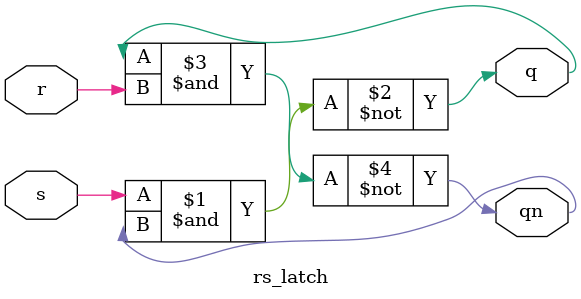
<source format=v>

`timescale 1ns / 1ps

module rs_latch(
    input s,
    input r,
    output q,
    output qn
    );
    
// NAND(Out, In, In); 
nand nand1(q, s, qn);
nand nand2(qn, q, r);   
endmodule

</source>
